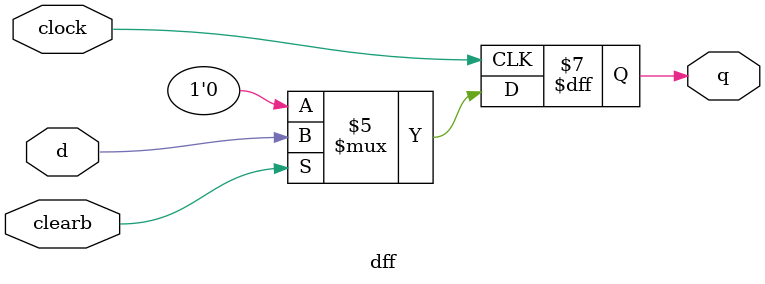
<source format=v>
module dff(q, d, clock, clearb);
	input d, clearb, clock;
	output q;
	reg q;
	
	initial
		q=1'b0;

	always @ (posedge clock)
		begin
			if (!clearb) q <= 1'b0;
			else q <= d;
		end
endmodule
</source>
